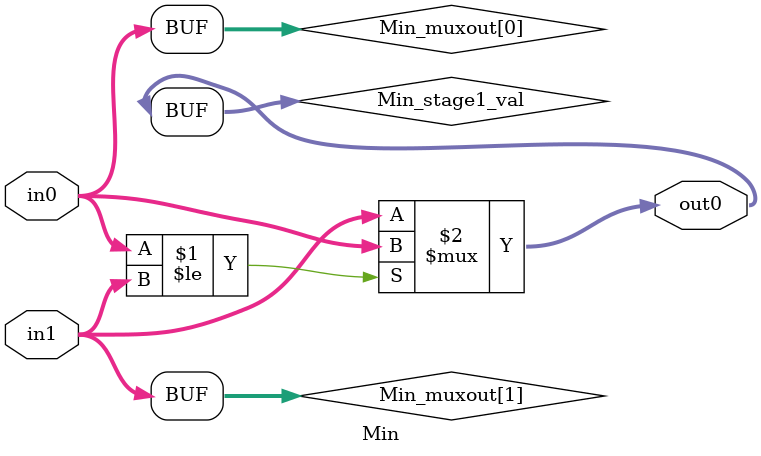
<source format=v>



`timescale 1 ns / 1 ns

module Min
          (in0,
           in1,
           out0);


  input   [7:0] in0;  // ufix8
  input   [7:0] in1;  // ufix8
  output  [7:0] out0;  // uint8


  wire [7:0] Min_muxout [0:1];  // ufix8 [2]
  wire [7:0] Min_stage1_val;  // ufix8


  assign Min_muxout[0] = in0;
  assign Min_muxout[1] = in1;

  // ---- Tree min implementation ----
  // ---- Tree min stage 1 ----
  assign Min_stage1_val = (Min_muxout[0] <= Min_muxout[1] ? Min_muxout[0] :
              Min_muxout[1]);



  assign out0 = Min_stage1_val;



endmodule  // Min


</source>
